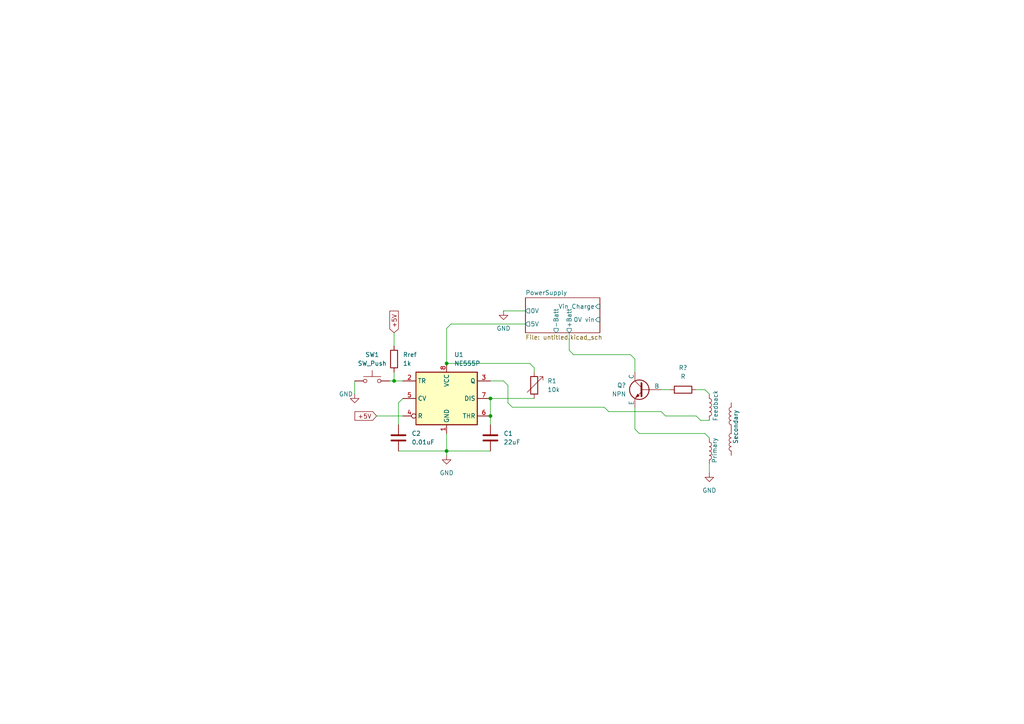
<source format=kicad_sch>
(kicad_sch (version 20231120) (generator "eeschema") (generator_version "8.0")
  (paper "A4")
  (lib_symbols
    (symbol "Device:C" (pin_numbers hide) (pin_names (offset 0.254))
      (property "Reference" "C" (at 0.635 2.54 0))
      (property "Value" "C" (at 0.635 -2.54 0))
      (symbol "C_0_1"
        (polyline (pts (xy -2.032 -0.762) (xy 2.032 -0.762)) (stroke (width 0.508)))
        (polyline (pts (xy -2.032 0.762) (xy 2.032 0.762)) (stroke (width 0.508)))
      )
      (symbol "C_1_1"
        (pin passive line (at 0 3.81 270) (length 2.794) (name "~") (number "1"))
        (pin passive line (at 0 -3.81 90) (length 2.794) (name "~") (number "2"))
      )
    )
    (symbol "Device:L" (pin_numbers hide) (pin_names (offset 1.016) hide)
      (property "Reference" "L" (at -1.27 0 90))
      (property "Value" "L" (at 1.905 0 90))
      (symbol "L_0_1"
        (arc (start 0 -2.54) (mid 0.6323 -1.905) (end 0 -1.27))
        (arc (start 0 -1.27) (mid 0.6323 -0.635) (end 0 0))
        (arc (start 0 0) (mid 0.6323 0.635) (end 0 1.27))
        (arc (start 0 1.27) (mid 0.6323 1.905) (end 0 2.54))
      )
      (symbol "L_1_1"
        (pin passive line (at 0 3.81 270) (length 1.27) (name "1") (number "1"))
        (pin passive line (at 0 -3.81 90) (length 1.27) (name "2") (number "2"))
      )
    )
    (symbol "Device:R" (pin_numbers hide) (pin_names (offset 0))
      (property "Reference" "R" (at 2.032 0 90))
      (property "Value" "R" (at 0 0 90))
      (symbol "R_0_1"
        (rectangle (start -1.016 -2.54) (end 1.016 2.54) (stroke (width 0.254)))
      )
      (symbol "R_1_1"
        (pin passive line (at 0 3.81 270) (length 1.27) (name "~") (number "1"))
        (pin passive line (at 0 -3.81 90) (length 1.27) (name "~") (number "2"))
      )
    )
    (symbol "Device:R_Variable" (pin_numbers hide) (pin_names (offset 0))
      (property "Reference" "R" (at 2.54 -2.54 90))
      (property "Value" "R_Variable" (at -2.54 -1.27 90))
      (symbol "R_Variable_0_1"
        (rectangle (start -1.016 -2.54) (end 1.016 2.54) (stroke (width 0.254)))
        (polyline (pts (xy 2.54 1.524) (xy 2.54 2.54) (xy 1.524 2.54) (xy 2.54 2.54) (xy -2.032 -2.032)))
      )
      (symbol "R_Variable_1_1"
        (pin passive line (at 0 3.81 270) (length 1.27) (name "~") (number "1"))
        (pin passive line (at 0 -3.81 90) (length 1.27) (name "~") (number "2"))
      )
    )
    (symbol "Simulation_SPICE:NPN" (pin_numbers hide) (pin_names (offset 0))
      (property "Reference" "Q" (at -2.54 7.62 0))
      (property "Value" "NPN" (at -2.54 5.08 0))
      (symbol "NPN_0_1"
        (polyline (pts (xy -2.54 0) (xy 0.635 0)) (stroke (width 0.1524)))
        (polyline (pts (xy 0.635 0.635) (xy 2.54 2.54)))
        (polyline (pts (xy 2.794 -1.27) (xy 2.794 -1.27)) (stroke (width 0.1524)))
        (polyline (pts (xy 2.794 -1.27) (xy 2.794 -1.27)) (stroke (width 0.1524)))
        (polyline (pts (xy 0.635 -0.635) (xy 2.54 -2.54) (xy 2.54 -2.54)))
        (polyline (pts (xy 0.635 1.905) (xy 0.635 -1.905) (xy 0.635 -1.905)) (stroke (width 0.508)))
        (polyline (pts (xy 1.27 -1.778) (xy 1.778 -1.27) (xy 2.286 -2.286) (xy 1.27 -1.778) (xy 1.27 -1.778)) (fill (type outline)))
        (circle (center 1.27 0) (radius 2.8194) (stroke (width 0.254)))
      )
      (symbol "NPN_1_1"
        (pin open_collector line (at 2.54 5.08 270) (length 2.54) (name "C") (number "1"))
        (pin input line (at -5.08 0 0) (length 2.54) (name "B") (number "2"))
        (pin open_emitter line (at 2.54 -5.08 90) (length 2.54) (name "E") (number "3"))
      )
    )
    (symbol "Switch:SW_Push" (pin_numbers hide) (pin_names (offset 1.016) hide)
      (property "Reference" "SW" (at 1.27 2.54 0))
      (property "Value" "SW_Push" (at 0 -1.524 0))
      (symbol "SW_Push_0_1"
        (circle (center -2.032 0) (radius 0.508))
        (polyline (pts (xy 0 1.27) (xy 0 3.048)))
        (polyline (pts (xy 2.54 1.27) (xy -2.54 1.27)))
        (circle (center 2.032 0) (radius 0.508))
        (pin passive line (at -5.08 0 0) (length 2.54) (name "1") (number "1"))
        (pin passive line (at 5.08 0 180) (length 2.54) (name "2") (number "2"))
      )
    )
    (symbol "Timer:NE555P"
      (property "Reference" "U" (at -10.16 8.89 0))
      (property "Value" "NE555P" (at 2.54 8.89 0))
      (symbol "NE555P_0_0"
        (pin power_in line (at 0 -10.16 90) (length 2.54) (name "GND") (number "1"))
        (pin power_in line (at 0 10.16 270) (length 2.54) (name "VCC") (number "8"))
      )
      (symbol "NE555P_0_1"
        (rectangle (start -8.89 -7.62) (end 8.89 7.62) (stroke (width 0.254)) (fill (type background)))
        (rectangle (start -8.89 -7.62) (end 8.89 7.62) (stroke (width 0.254)) (fill (type background)))
      )
      (symbol "NE555P_1_1"
        (pin input line (at -12.7 5.08 0) (length 3.81) (name "TR") (number "2"))
        (pin output line (at 12.7 5.08 180) (length 3.81) (name "Q") (number "3"))
        (pin input inverted (at -12.7 -5.08 0) (length 3.81) (name "R") (number "4"))
        (pin input line (at -12.7 0 0) (length 3.81) (name "CV") (number "5"))
        (pin input line (at 12.7 -5.08 180) (length 3.81) (name "THR") (number "6"))
        (pin input line (at 12.7 0 180) (length 3.81) (name "DIS") (number "7"))
      )
    )
    (symbol "power:GND" (power) (pin_numbers hide) (pin_names (offset 0) hide)
      (property "Value" "GND" (at 0 -3.81 0))
      (symbol "GND_0_1"
        (polyline (pts (xy 0 0) (xy 0 -1.27) (xy 1.27 -1.27) (xy 0 -2.54) (xy -1.27 -1.27) (xy 0 -1.27)))
      )
      (symbol "GND_1_1"
        (pin power_in line (at 0 0 270) (length 0) (name "~") (number "1"))
      )
    )
  )
  (junction (at 114.3 110.49))
  (junction (at 142.24 115.57))
  (junction (at 129.54 105.41))
  (junction (at 129.54 130.81))
  (junction (at 142.24 120.65))
  (wire (pts (xy 165.1 96.52) (xy 165.1 101.6)))
  (wire (pts (xy 176.53 119.38) (xy 191.77 119.38)))
  (wire (pts (xy 147.32 116.84) (xy 148.59 118.11)))
  (wire (pts (xy 165.1 101.6) (xy 166.37 102.87)))
  (wire (pts (xy 205.74 134.62) (xy 205.74 137.16)))
  (wire (pts (xy 147.32 111.76) (xy 147.32 116.84)))
  (wire (pts (xy 184.15 104.14) (xy 184.15 107.95)))
  (wire (pts (xy 153.67 105.41) (xy 129.54 105.41)))
  (wire (pts (xy 129.54 125.73) (xy 129.54 130.81)))
  (wire (pts (xy 191.77 113.03) (xy 194.31 113.03)))
  (wire (pts (xy 175.26 118.11) (xy 176.53 119.38)))
  (wire (pts (xy 152.4 93.98) (xy 130.81 93.98)))
  (wire (pts (xy 129.54 130.81) (xy 129.54 132.08)))
  (wire (pts (xy 204.47 113.03) (xy 205.74 114.3)))
  (wire (pts (xy 114.3 110.49) (xy 116.84 110.49)))
  (wire (pts (xy 115.57 130.81) (xy 129.54 130.81)))
  (wire (pts (xy 193.04 120.65) (xy 201.93 120.65)))
  (wire (pts (xy 142.24 120.65) (xy 142.24 123.19)))
  (wire (pts (xy 184.15 118.11) (xy 184.15 124.46)))
  (wire (pts (xy 146.05 110.49) (xy 147.32 111.76)))
  (wire (pts (xy 115.57 116.84) (xy 115.57 123.19)))
  (wire (pts (xy 148.59 118.11) (xy 175.26 118.11)))
  (wire (pts (xy 182.88 102.87) (xy 184.15 104.14)))
  (wire (pts (xy 114.3 107.95) (xy 114.3 110.49)))
  (wire (pts (xy 201.93 120.65) (xy 203.2 121.92)))
  (wire (pts (xy 109.22 120.65) (xy 116.84 120.65)))
  (wire (pts (xy 184.15 124.46) (xy 185.42 125.73)))
  (wire (pts (xy 146.05 90.17) (xy 152.4 90.17)))
  (wire (pts (xy 154.94 106.68) (xy 154.94 107.95)))
  (wire (pts (xy 129.54 95.25) (xy 129.54 105.41)))
  (wire (pts (xy 114.3 96.52) (xy 114.3 100.33)))
  (wire (pts (xy 130.81 93.98) (xy 129.54 95.25)))
  (wire (pts (xy 113.03 110.49) (xy 114.3 110.49)))
  (wire (pts (xy 102.87 110.49) (xy 102.87 114.3)))
  (wire (pts (xy 203.2 121.92) (xy 205.74 121.92)))
  (wire (pts (xy 191.77 119.38) (xy 193.04 120.65)))
  (wire (pts (xy 142.24 115.57) (xy 154.94 115.57)))
  (wire (pts (xy 185.42 125.73) (xy 204.47 125.73)))
  (wire (pts (xy 166.37 102.87) (xy 182.88 102.87)))
  (wire (pts (xy 116.84 115.57) (xy 115.57 116.84)))
  (wire (pts (xy 204.47 125.73) (xy 205.74 127)))
  (wire (pts (xy 201.93 113.03) (xy 204.47 113.03)))
  (wire (pts (xy 142.24 110.49) (xy 146.05 110.49)))
  (wire (pts (xy 129.54 130.81) (xy 142.24 130.81)))
  (wire (pts (xy 154.94 106.68) (xy 153.67 105.41)))
  (wire (pts (xy 142.24 115.57) (xy 142.24 120.65)))
  (global_label "+5V" (shape input) (at 109.22 120.65 180) (property "Intersheetrefs" "${INTERSHEET_REFS}" (effects (hide yes))))
  (global_label "+5V" (shape input) (at 114.3 96.52 90) (property "Intersheetrefs" "${INTERSHEET_REFS}" (effects (hide yes))))
  (symbol (lib_id "Timer:NE555P") (at 129.54 115.57 0) (unit 1)
    (property "Reference" "U1" (at 131.7341 102.87 0) (effects (justify left)))
    (property "Value" "NE555P" (at 131.7341 105.41 0) (effects (justify left)))
    (property "Footprint" "Package_DIP:DIP-8_W7.62mm" (effects (hide yes)))
    (property "Datasheet" "http://www.ti.com/lit/ds/symlink/ne555.pdf" (effects (hide yes)))
    (property "Description" "Precision Timers, 555 compatible,  PDIP-8" (effects (hide yes)))
  )
  (symbol (lib_id "Device:L") (at 205.74 118.11 0) (unit 1)
    (property "Reference" "Feedback" (at 207.518 122.174 90) (effects (justify left)))
    (property "Value" "L" (effects (hide yes)))
    (property "Description" "Inductor" (effects (hide yes)))
  )
  (symbol (lib_id "Device:C") (at 115.57 127 0) (unit 1)
    (property "Reference" "C2" (at 119.38 125.7299 0) (effects (justify left)))
    (property "Value" "0.01uF" (at 119.38 128.2699 0) (effects (justify left)))
    (property "Description" "Unpolarized capacitor" (effects (hide yes)))
  )
  (symbol (lib_id "power:GND") (at 205.74 137.16 0) (unit 1)
    (property "Reference" "#PWR03" (effects (hide yes)))
    (property "Value" "GND" (at 205.74 142.24 0))
    (property "Description" "Power symbol creates a global label with name \"GND\" , ground" (effects (hide yes)))
  )
  (symbol (lib_id "Device:R") (at 114.3 104.14 0) (unit 1)
    (property "Reference" "Rref" (at 116.84 102.8699 0) (effects (justify left)))
    (property "Value" "1k" (at 116.84 105.4099 0) (effects (justify left)))
    (property "Description" "Resistor" (effects (hide yes)))
  )
  (symbol (lib_id "power:GND") (at 102.87 114.3 0) (unit 1)
    (property "Reference" "#PWR02" (effects (hide yes)))
    (property "Value" "GND" (at 100.33 114.3 0))
    (property "Description" "Power symbol creates a global label with name \"GND\" , ground" (effects (hide yes)))
  )
  (symbol (lib_id "power:GND") (at 129.54 132.08 0) (unit 1)
    (property "Reference" "#PWR01" (effects (hide yes)))
    (property "Value" "GND" (at 129.54 137.16 0))
    (property "Description" "Power symbol creates a global label with name \"GND\" , ground" (effects (hide yes)))
  )
  (symbol (lib_id "Simulation_SPICE:NPN") (at 186.69 113.03 0) (mirror y) (unit 1)
    (property "Reference" "Q?" (at 181.61 111.7599 0) (effects (justify left)))
    (property "Value" "NPN" (at 181.61 114.2999 0) (effects (justify left)))
    (property "Datasheet" "https://ngspice.sourceforge.io/docs/ngspice-html-manual/manual.xhtml#cha_BJTs" (effects (hide yes)))
    (property "Description" "Bipolar transistor symbol for simulation only, substrate tied to the emitter" (effects (hide yes)))
    (property "Sim.Device" "NPN" (effects (hide yes)))
    (property "Sim.Type" "GUMMELPOON" (effects (hide yes)))
    (property "Sim.Pins" "1=C 2=B 3=E" (effects (hide yes)))
  )
  (symbol (lib_id "Device:L") (at 205.74 130.81 0) (unit 1)
    (property "Reference" "Primary" (at 207.264 134.366 90) (effects (justify left)))
    (property "Value" "L" (effects (hide yes)))
    (property "Description" "Inductor" (effects (hide yes)))
  )
  (symbol (lib_id "Device:C") (at 142.24 127 0) (unit 1)
    (property "Reference" "C1" (at 146.05 125.7299 0) (effects (justify left)))
    (property "Value" "22uF" (at 146.05 128.2699 0) (effects (justify left)))
    (property "Description" "Unpolarized capacitor" (effects (hide yes)))
  )
  (symbol (lib_id "Device:R") (at 198.12 113.03 90) (unit 1)
    (property "Reference" "R?" (at 198.12 106.68 90))
    (property "Value" "R" (at 198.12 109.22 90))
    (property "Description" "Resistor" (effects (hide yes)))
  )
  (symbol (lib_id "Device:L") (at 212.09 120.65 180) (unit 1)
    (property "Reference" "Secondary" (at 213.36 128.778 90) (effects (justify right)))
    (property "Value" "L" (effects (hide yes)))
    (property "Description" "Inductor" (effects (hide yes)))
  )
  (symbol (lib_id "Device:L") (at 212.09 128.27 180) (unit 1)
    (property "Reference" "L?" (effects (hide yes)))
    (property "Value" "L" (effects (hide yes)))
    (property "Description" "Inductor" (effects (hide yes)))
  )
  (symbol (lib_id "Switch:SW_Push") (at 107.95 110.49 0) (unit 1)
    (property "Reference" "SW1" (at 107.95 102.87 0))
    (property "Value" "SW_Push" (at 107.95 105.41 0))
    (property "Description" "Push button switch, generic, two pins" (effects (hide yes)))
  )
  (symbol (lib_id "Device:R_Variable") (at 154.94 111.76 0) (unit 1)
    (property "Reference" "R1" (at 158.75 110.4899 0) (effects (justify left)))
    (property "Value" "10k" (at 158.75 113.0299 0) (effects (justify left)))
    (property "Description" "Variable resistor" (effects (hide yes)))
  )
  (symbol (lib_id "power:GND") (at 146.05 90.17 0) (unit 1)
    (property "Reference" "#PWR05" (effects (hide yes)))
    (property "Value" "GND" (at 146.05 95.25 0))
    (property "Description" "Power symbol creates a global label with name \"GND\" , ground" (effects (hide yes)))
  )
  (sheet (at 152.4 86.36) (size 21.59 10.16) (stroke (width 0.1524))
    (property "Sheetname" "PowerSupply" (at 152.4 85.6484 0) (effects (justify left bottom)))
    (property "Sheetfile" "untitled.kicad_sch" (at 152.4 97.1046 0) (effects (justify left top)))
    (pin "0V" output (at 152.4 90.17 180))
    (pin "5V" output (at 152.4 93.98 180))
    (pin "0V vin" input (at 173.99 92.71 0))
    (pin "+Batt" output (at 165.1 96.52 270))
    (pin "-Batt" output (at 161.29 96.52 270))
    (pin "Vin Charge" input (at 173.99 88.9 0))
  )
)
</source>
